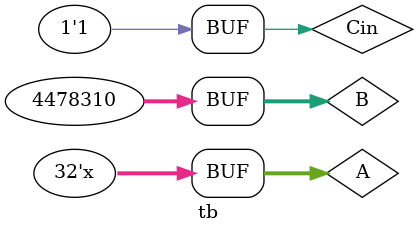
<source format=v>
`timescale 1ns / 1ps
module tb;
reg [31:0] A,B;
reg Cin;
wire [31:0] S;
wire Cout;
rca32 uut(A,B,Cin,S,Cout);
initial begin
A=32'h00520112;
B=32'h00445566;
Cin=1;
end
always begin
#40 A=A+1;
end
endmodule

</source>
